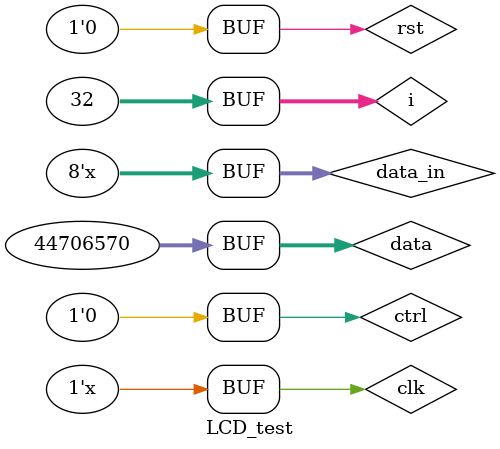
<source format=v>
`timescale 1ns / 1ps


module LCD_test;

	// Inputs
	reg clk;
	reg rst;
	reg ctrl;
	reg [7:0] data_in;

	// Outputs
	wire [3:0] d;
	wire rs;
	wire rw;
	wire e;
	wire sf_e;

	// Instantiate the Unit Under Test (UUT)
	IO_w_LCD uut (
		.clk(clk), 
		.rst(rst), 
		.ctrl(ctrl), 
		.data_in(data_in), 
		.d(d), 
		.rs(rs), 
		.rw(rw), 
		.e(e), 
		.sf_e(sf_e)
	);
	reg[31:0] data=32'b00000000010101010_1000101011_00001010;
	integer i=0;
	initial begin
		// Initialize Inputs
		data_in = 0;
		ctrl = 0;
		clk = 0;
		rst = 1;
		
		// Wait 100 ns for global reset to finish
		#40;
      rst=0; 
		// Add stimulus here
		for (i=0;i<32;i=i+8) begin
		data_in=data[7:0];
		#30 ctrl=1;
		#30 ctrl=0;
		data=data>>8;
		end
	end
	always #10 clk=~clk;
      
endmodule


</source>
